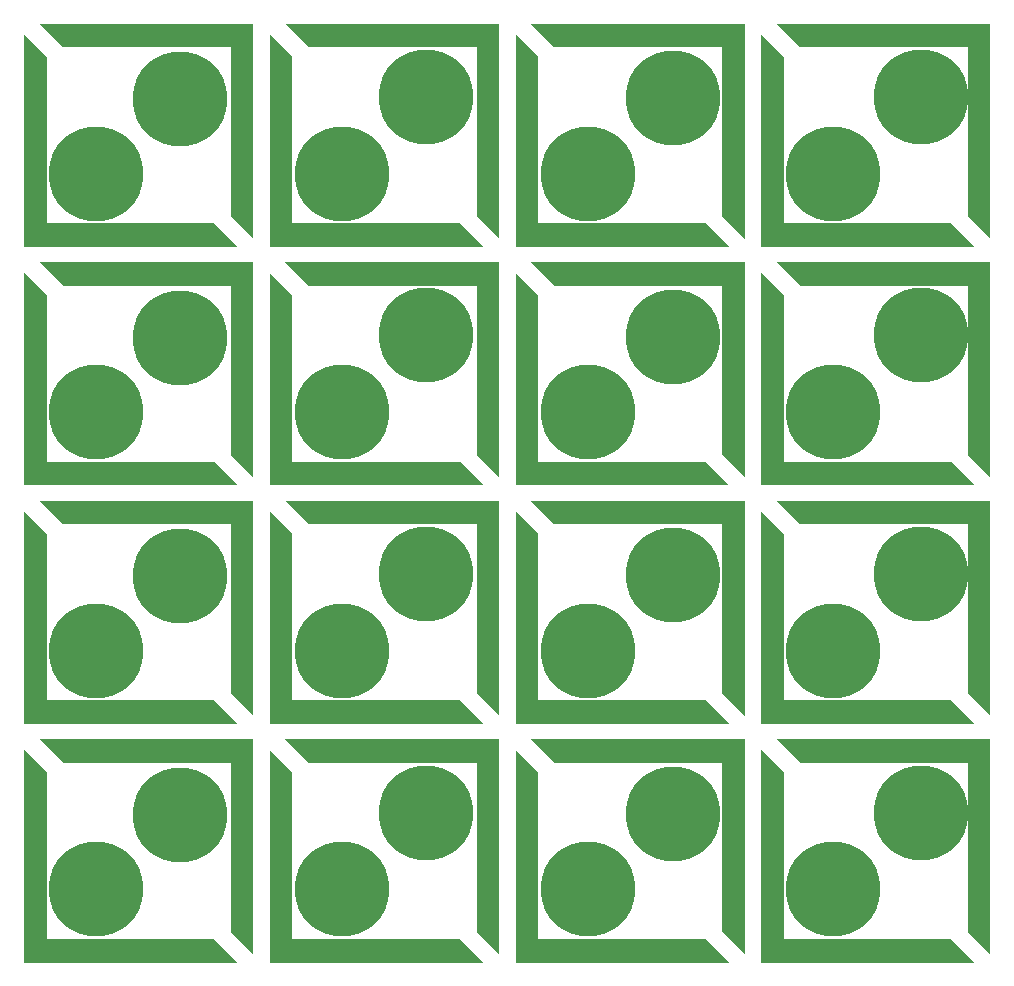
<source format=gbl>
G04*
G04 #@! TF.GenerationSoftware,Altium Limited,Altium Designer,19.1.8 (144)*
G04*
G04 Layer_Physical_Order=2*
G04 Layer_Color=16711680*
%FSLAX25Y25*%
%MOIN*%
G70*
G01*
G75*
%ADD12C,0.31496*%
G36*
X141339Y203543D02*
Y148031D01*
X197244Y148031D01*
X205118Y140157D01*
X133858Y140157D01*
X133858Y148031D01*
X133858D01*
Y211024D01*
X141339Y203543D01*
D02*
G37*
G36*
X210236Y206693D02*
X210236D01*
Y142913D01*
X202756Y150394D01*
X202756Y206693D01*
X146850Y206693D01*
X138976Y214567D01*
X210236Y214567D01*
X210236Y206693D01*
D02*
G37*
G36*
X141339Y283071D02*
Y227559D01*
X197244Y227559D01*
X205118Y219685D01*
X133858Y219685D01*
X133858Y227559D01*
X133858D01*
Y290551D01*
X141339Y283071D01*
D02*
G37*
G36*
X210236Y286221D02*
X210236D01*
Y222441D01*
X202756Y229921D01*
X202756Y286221D01*
X146850Y286221D01*
X138976Y294094D01*
X210236Y294094D01*
X210236Y286221D01*
D02*
G37*
G36*
X223228Y203543D02*
Y148031D01*
X279134Y148031D01*
X287008Y140157D01*
X215748Y140157D01*
X215748Y148031D01*
X215748D01*
Y211024D01*
X223228Y203543D01*
D02*
G37*
G36*
X292126Y206693D02*
X292126D01*
Y142913D01*
X284646Y150394D01*
X284646Y206693D01*
X228740Y206693D01*
X220866Y214567D01*
X292126Y214567D01*
X292126Y206693D01*
D02*
G37*
G36*
X223228Y283071D02*
Y227559D01*
X279134Y227559D01*
X287008Y219685D01*
X215748Y219685D01*
X215748Y227559D01*
X215748D01*
Y290551D01*
X223228Y283071D01*
D02*
G37*
G36*
X292126Y286221D02*
X292126D01*
Y222441D01*
X284646Y229921D01*
X284646Y286221D01*
X228740Y286221D01*
X220866Y294094D01*
X292126Y294094D01*
X292126Y286221D01*
D02*
G37*
G36*
X141339Y362598D02*
Y307087D01*
X197244Y307087D01*
X205118Y299213D01*
X133858Y299213D01*
X133858Y307087D01*
X133858D01*
Y370079D01*
X141339Y362598D01*
D02*
G37*
G36*
X210236Y365748D02*
X210236D01*
Y301968D01*
X202756Y309449D01*
X202756Y365748D01*
X146850Y365748D01*
X138976Y373622D01*
X210236Y373622D01*
X210236Y365748D01*
D02*
G37*
G36*
X141339Y442126D02*
Y386614D01*
X197244Y386614D01*
X205118Y378740D01*
X133858Y378740D01*
X133858Y386614D01*
X133858D01*
Y449606D01*
X141339Y442126D01*
D02*
G37*
G36*
X210236Y445276D02*
X210236D01*
Y381496D01*
X202756Y388976D01*
X202756Y445276D01*
X146850Y445276D01*
X138976Y453150D01*
X210236Y453150D01*
X210236Y445276D01*
D02*
G37*
G36*
X223228Y362598D02*
Y307087D01*
X279134Y307087D01*
X287008Y299213D01*
X215748Y299213D01*
X215748Y307087D01*
X215748D01*
Y370079D01*
X223228Y362598D01*
D02*
G37*
G36*
X292126Y365748D02*
X292126D01*
Y301968D01*
X284646Y309449D01*
X284646Y365748D01*
X228740Y365748D01*
X220866Y373622D01*
X292126Y373622D01*
X292126Y365748D01*
D02*
G37*
G36*
X223228Y442126D02*
Y386614D01*
X279134Y386614D01*
X287008Y378740D01*
X215748Y378740D01*
X215748Y386614D01*
X215748D01*
Y449606D01*
X223228Y442126D01*
D02*
G37*
G36*
X292126Y445276D02*
X292126D01*
Y381496D01*
X284646Y388976D01*
X284646Y445276D01*
X228740Y445276D01*
X220866Y453150D01*
X292126Y453150D01*
X292126Y445276D01*
D02*
G37*
G36*
X305118Y203543D02*
Y148031D01*
X361024Y148031D01*
X368898Y140157D01*
X297638Y140157D01*
X297638Y148031D01*
X297638D01*
Y211024D01*
X305118Y203543D01*
D02*
G37*
G36*
X374016Y206693D02*
X374016D01*
Y142913D01*
X366535Y150394D01*
X366535Y206693D01*
X310630Y206693D01*
X302756Y214567D01*
X374016Y214567D01*
X374016Y206693D01*
D02*
G37*
G36*
X305118Y283071D02*
Y227559D01*
X361024Y227559D01*
X368898Y219685D01*
X297638Y219685D01*
X297638Y227559D01*
X297638D01*
Y290551D01*
X305118Y283071D01*
D02*
G37*
G36*
X374016Y286221D02*
X374016D01*
Y222441D01*
X366535Y229921D01*
X366535Y286221D01*
X310630Y286221D01*
X302756Y294094D01*
X374016Y294094D01*
X374016Y286221D01*
D02*
G37*
G36*
X387008Y203543D02*
Y148031D01*
X442913Y148031D01*
X450787Y140157D01*
X379528Y140157D01*
X379528Y148031D01*
X379528D01*
Y211024D01*
X387008Y203543D01*
D02*
G37*
G36*
X455905Y206693D02*
X455905D01*
Y142913D01*
X448425Y150394D01*
X448425Y206693D01*
X392520Y206693D01*
X384646Y214567D01*
X455905Y214567D01*
X455905Y206693D01*
D02*
G37*
G36*
X387008Y283071D02*
Y227559D01*
X442913Y227559D01*
X450787Y219685D01*
X379528Y219685D01*
X379528Y227559D01*
X379528D01*
Y290551D01*
X387008Y283071D01*
D02*
G37*
G36*
X455905Y286221D02*
X455905D01*
Y222441D01*
X448425Y229921D01*
X448425Y286221D01*
X392520Y286221D01*
X384646Y294094D01*
X455905Y294094D01*
X455905Y286221D01*
D02*
G37*
G36*
X305118Y362598D02*
Y307087D01*
X361024Y307087D01*
X368898Y299213D01*
X297638Y299213D01*
X297638Y307087D01*
X297638D01*
Y370079D01*
X305118Y362598D01*
D02*
G37*
G36*
X374016Y365748D02*
X374016D01*
Y301968D01*
X366535Y309449D01*
X366535Y365748D01*
X310630Y365748D01*
X302756Y373622D01*
X374016Y373622D01*
X374016Y365748D01*
D02*
G37*
G36*
X305118Y442126D02*
Y386614D01*
X361024Y386614D01*
X368898Y378740D01*
X297638Y378740D01*
X297638Y386614D01*
X297638D01*
Y449606D01*
X305118Y442126D01*
D02*
G37*
G36*
X374016Y445276D02*
X374016D01*
Y381496D01*
X366535Y388976D01*
X366535Y445276D01*
X310630Y445276D01*
X302756Y453150D01*
X374016Y453150D01*
X374016Y445276D01*
D02*
G37*
G36*
X387008Y362598D02*
Y307087D01*
X442913Y307087D01*
X450787Y299213D01*
X379528Y299213D01*
X379528Y307087D01*
X379528D01*
Y370079D01*
X387008Y362598D01*
D02*
G37*
G36*
X455905Y365748D02*
X455905D01*
Y301968D01*
X448425Y309449D01*
X448425Y365748D01*
X392520Y365748D01*
X384646Y373622D01*
X455905Y373622D01*
X455905Y365748D01*
D02*
G37*
G36*
X387008Y442126D02*
Y386614D01*
X442913Y386614D01*
X450787Y378740D01*
X379528Y378740D01*
X379528Y386614D01*
X379528D01*
Y449606D01*
X387008Y442126D01*
D02*
G37*
G36*
X455905Y445276D02*
X455905D01*
Y381496D01*
X448425Y388976D01*
X448425Y445276D01*
X392520Y445276D01*
X384646Y453150D01*
X455905Y453150D01*
X455905Y445276D01*
D02*
G37*
D12*
X185827Y427953D02*
D03*
X157874Y403150D02*
D03*
X267717Y428740D02*
D03*
X239764Y403150D02*
D03*
X350000Y428346D02*
D03*
X321654Y403150D02*
D03*
X432677Y428740D02*
D03*
X403543Y403150D02*
D03*
X185827Y348425D02*
D03*
X157874Y323622D02*
D03*
X267717Y349213D02*
D03*
X239764Y323622D02*
D03*
X350000Y348819D02*
D03*
X321654Y323622D02*
D03*
X432677Y349213D02*
D03*
X403543Y323622D02*
D03*
X185827Y268898D02*
D03*
X157874Y244094D02*
D03*
X267717Y269685D02*
D03*
X239764Y244094D02*
D03*
X350000Y269291D02*
D03*
X321654Y244094D02*
D03*
X432677Y269685D02*
D03*
X403543Y244094D02*
D03*
X185827Y189370D02*
D03*
X157874Y164567D02*
D03*
X267717Y190157D02*
D03*
X239764Y164567D02*
D03*
X350000Y189764D02*
D03*
X321654Y164567D02*
D03*
X432677Y190157D02*
D03*
X403543Y164567D02*
D03*
M02*

</source>
